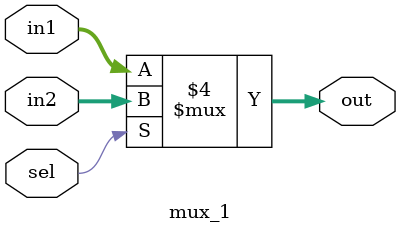
<source format=v>

module mux_1 (in1, in2, sel, out);

input  [4:0] in1,in2;
input sel;
output reg [4:0] out;

always @(sel or in1 or in2)
begin
if(sel==0)
   out=in1;
else
   out=in2;
end

endmodule

</source>
